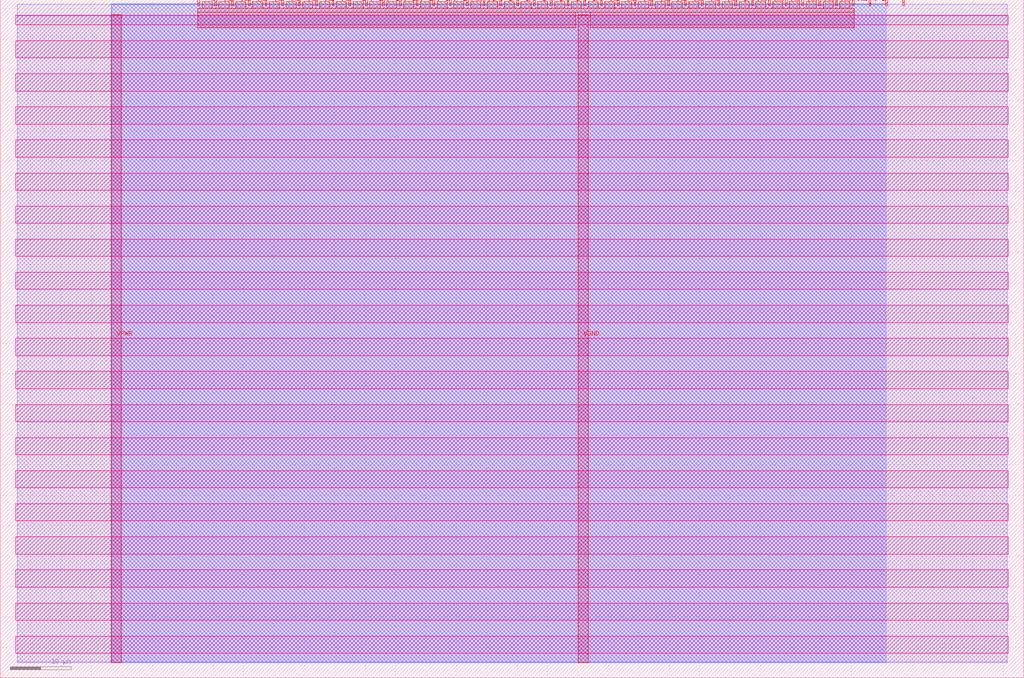
<source format=lef>
VERSION 5.7 ;
  NOWIREEXTENSIONATPIN ON ;
  DIVIDERCHAR "/" ;
  BUSBITCHARS "[]" ;
MACRO tt_um_chip_rom
  CLASS BLOCK ;
  FOREIGN tt_um_chip_rom ;
  ORIGIN 0.000 0.000 ;
  SIZE 168.360 BY 111.520 ;
  PIN VGND
    DIRECTION INOUT ;
    USE GROUND ;
    PORT
      LAYER met4 ;
        RECT 95.080 2.480 96.680 109.040 ;
    END
  END VGND
  PIN VPWR
    DIRECTION INOUT ;
    USE POWER ;
    PORT
      LAYER met4 ;
        RECT 18.280 2.480 19.880 109.040 ;
    END
  END VPWR
  PIN clk
    DIRECTION INPUT ;
    USE SIGNAL ;
    PORT
      LAYER met4 ;
        RECT 145.670 110.520 145.970 111.520 ;
    END
  END clk
  PIN ena
    DIRECTION INPUT ;
    USE SIGNAL ;
    PORT
      LAYER met4 ;
        RECT 148.430 110.520 148.730 111.520 ;
    END
  END ena
  PIN rst_n
    DIRECTION INPUT ;
    USE SIGNAL ;
    PORT
      LAYER met4 ;
        RECT 142.910 110.520 143.210 111.520 ;
    END
  END rst_n
  PIN ui_in[0]
    DIRECTION INPUT ;
    USE SIGNAL ;
    ANTENNAGATEAREA 0.196500 ;
    PORT
      LAYER met4 ;
        RECT 140.150 110.520 140.450 111.520 ;
    END
  END ui_in[0]
  PIN ui_in[1]
    DIRECTION INPUT ;
    USE SIGNAL ;
    ANTENNAGATEAREA 0.196500 ;
    PORT
      LAYER met4 ;
        RECT 137.390 110.520 137.690 111.520 ;
    END
  END ui_in[1]
  PIN ui_in[2]
    DIRECTION INPUT ;
    USE SIGNAL ;
    ANTENNAGATEAREA 0.196500 ;
    PORT
      LAYER met4 ;
        RECT 134.630 110.520 134.930 111.520 ;
    END
  END ui_in[2]
  PIN ui_in[3]
    DIRECTION INPUT ;
    USE SIGNAL ;
    ANTENNAGATEAREA 0.196500 ;
    PORT
      LAYER met4 ;
        RECT 131.870 110.520 132.170 111.520 ;
    END
  END ui_in[3]
  PIN ui_in[4]
    DIRECTION INPUT ;
    USE SIGNAL ;
    ANTENNAGATEAREA 0.196500 ;
    PORT
      LAYER met4 ;
        RECT 129.110 110.520 129.410 111.520 ;
    END
  END ui_in[4]
  PIN ui_in[5]
    DIRECTION INPUT ;
    USE SIGNAL ;
    ANTENNAGATEAREA 0.196500 ;
    PORT
      LAYER met4 ;
        RECT 126.350 110.520 126.650 111.520 ;
    END
  END ui_in[5]
  PIN ui_in[6]
    DIRECTION INPUT ;
    USE SIGNAL ;
    ANTENNAGATEAREA 0.196500 ;
    PORT
      LAYER met4 ;
        RECT 123.590 110.520 123.890 111.520 ;
    END
  END ui_in[6]
  PIN ui_in[7]
    DIRECTION INPUT ;
    USE SIGNAL ;
    ANTENNAGATEAREA 0.213000 ;
    PORT
      LAYER met4 ;
        RECT 120.830 110.520 121.130 111.520 ;
    END
  END ui_in[7]
  PIN uio_in[0]
    DIRECTION INPUT ;
    USE SIGNAL ;
    PORT
      LAYER met4 ;
        RECT 118.070 110.520 118.370 111.520 ;
    END
  END uio_in[0]
  PIN uio_in[1]
    DIRECTION INPUT ;
    USE SIGNAL ;
    PORT
      LAYER met4 ;
        RECT 115.310 110.520 115.610 111.520 ;
    END
  END uio_in[1]
  PIN uio_in[2]
    DIRECTION INPUT ;
    USE SIGNAL ;
    PORT
      LAYER met4 ;
        RECT 112.550 110.520 112.850 111.520 ;
    END
  END uio_in[2]
  PIN uio_in[3]
    DIRECTION INPUT ;
    USE SIGNAL ;
    PORT
      LAYER met4 ;
        RECT 109.790 110.520 110.090 111.520 ;
    END
  END uio_in[3]
  PIN uio_in[4]
    DIRECTION INPUT ;
    USE SIGNAL ;
    PORT
      LAYER met4 ;
        RECT 107.030 110.520 107.330 111.520 ;
    END
  END uio_in[4]
  PIN uio_in[5]
    DIRECTION INPUT ;
    USE SIGNAL ;
    PORT
      LAYER met4 ;
        RECT 104.270 110.520 104.570 111.520 ;
    END
  END uio_in[5]
  PIN uio_in[6]
    DIRECTION INPUT ;
    USE SIGNAL ;
    PORT
      LAYER met4 ;
        RECT 101.510 110.520 101.810 111.520 ;
    END
  END uio_in[6]
  PIN uio_in[7]
    DIRECTION INPUT ;
    USE SIGNAL ;
    PORT
      LAYER met4 ;
        RECT 98.750 110.520 99.050 111.520 ;
    END
  END uio_in[7]
  PIN uio_oe[0]
    DIRECTION OUTPUT TRISTATE ;
    USE SIGNAL ;
    ANTENNADIFFAREA 0.445500 ;
    PORT
      LAYER met4 ;
        RECT 51.830 110.520 52.130 111.520 ;
    END
  END uio_oe[0]
  PIN uio_oe[1]
    DIRECTION OUTPUT TRISTATE ;
    USE SIGNAL ;
    ANTENNADIFFAREA 0.445500 ;
    PORT
      LAYER met4 ;
        RECT 49.070 110.520 49.370 111.520 ;
    END
  END uio_oe[1]
  PIN uio_oe[2]
    DIRECTION OUTPUT TRISTATE ;
    USE SIGNAL ;
    ANTENNADIFFAREA 0.445500 ;
    PORT
      LAYER met4 ;
        RECT 46.310 110.520 46.610 111.520 ;
    END
  END uio_oe[2]
  PIN uio_oe[3]
    DIRECTION OUTPUT TRISTATE ;
    USE SIGNAL ;
    ANTENNADIFFAREA 0.445500 ;
    PORT
      LAYER met4 ;
        RECT 43.550 110.520 43.850 111.520 ;
    END
  END uio_oe[3]
  PIN uio_oe[4]
    DIRECTION OUTPUT TRISTATE ;
    USE SIGNAL ;
    ANTENNADIFFAREA 0.445500 ;
    PORT
      LAYER met4 ;
        RECT 40.790 110.520 41.090 111.520 ;
    END
  END uio_oe[4]
  PIN uio_oe[5]
    DIRECTION OUTPUT TRISTATE ;
    USE SIGNAL ;
    ANTENNADIFFAREA 0.445500 ;
    PORT
      LAYER met4 ;
        RECT 38.030 110.520 38.330 111.520 ;
    END
  END uio_oe[5]
  PIN uio_oe[6]
    DIRECTION OUTPUT TRISTATE ;
    USE SIGNAL ;
    ANTENNADIFFAREA 0.445500 ;
    PORT
      LAYER met4 ;
        RECT 35.270 110.520 35.570 111.520 ;
    END
  END uio_oe[6]
  PIN uio_oe[7]
    DIRECTION OUTPUT TRISTATE ;
    USE SIGNAL ;
    ANTENNADIFFAREA 0.445500 ;
    PORT
      LAYER met4 ;
        RECT 32.510 110.520 32.810 111.520 ;
    END
  END uio_oe[7]
  PIN uio_out[0]
    DIRECTION OUTPUT TRISTATE ;
    USE SIGNAL ;
    ANTENNADIFFAREA 0.445500 ;
    PORT
      LAYER met4 ;
        RECT 73.910 110.520 74.210 111.520 ;
    END
  END uio_out[0]
  PIN uio_out[1]
    DIRECTION OUTPUT TRISTATE ;
    USE SIGNAL ;
    ANTENNADIFFAREA 0.445500 ;
    PORT
      LAYER met4 ;
        RECT 71.150 110.520 71.450 111.520 ;
    END
  END uio_out[1]
  PIN uio_out[2]
    DIRECTION OUTPUT TRISTATE ;
    USE SIGNAL ;
    ANTENNADIFFAREA 0.445500 ;
    PORT
      LAYER met4 ;
        RECT 68.390 110.520 68.690 111.520 ;
    END
  END uio_out[2]
  PIN uio_out[3]
    DIRECTION OUTPUT TRISTATE ;
    USE SIGNAL ;
    ANTENNADIFFAREA 0.445500 ;
    PORT
      LAYER met4 ;
        RECT 65.630 110.520 65.930 111.520 ;
    END
  END uio_out[3]
  PIN uio_out[4]
    DIRECTION OUTPUT TRISTATE ;
    USE SIGNAL ;
    ANTENNADIFFAREA 0.445500 ;
    PORT
      LAYER met4 ;
        RECT 62.870 110.520 63.170 111.520 ;
    END
  END uio_out[4]
  PIN uio_out[5]
    DIRECTION OUTPUT TRISTATE ;
    USE SIGNAL ;
    ANTENNADIFFAREA 0.445500 ;
    PORT
      LAYER met4 ;
        RECT 60.110 110.520 60.410 111.520 ;
    END
  END uio_out[5]
  PIN uio_out[6]
    DIRECTION OUTPUT TRISTATE ;
    USE SIGNAL ;
    ANTENNADIFFAREA 0.445500 ;
    PORT
      LAYER met4 ;
        RECT 57.350 110.520 57.650 111.520 ;
    END
  END uio_out[6]
  PIN uio_out[7]
    DIRECTION OUTPUT TRISTATE ;
    USE SIGNAL ;
    ANTENNADIFFAREA 0.445500 ;
    PORT
      LAYER met4 ;
        RECT 54.590 110.520 54.890 111.520 ;
    END
  END uio_out[7]
  PIN uo_out[0]
    DIRECTION OUTPUT TRISTATE ;
    USE SIGNAL ;
    ANTENNADIFFAREA 0.795200 ;
    PORT
      LAYER met4 ;
        RECT 95.990 110.520 96.290 111.520 ;
    END
  END uo_out[0]
  PIN uo_out[1]
    DIRECTION OUTPUT TRISTATE ;
    USE SIGNAL ;
    ANTENNADIFFAREA 0.795200 ;
    PORT
      LAYER met4 ;
        RECT 93.230 110.520 93.530 111.520 ;
    END
  END uo_out[1]
  PIN uo_out[2]
    DIRECTION OUTPUT TRISTATE ;
    USE SIGNAL ;
    ANTENNADIFFAREA 0.445500 ;
    PORT
      LAYER met4 ;
        RECT 90.470 110.520 90.770 111.520 ;
    END
  END uo_out[2]
  PIN uo_out[3]
    DIRECTION OUTPUT TRISTATE ;
    USE SIGNAL ;
    ANTENNADIFFAREA 0.445500 ;
    PORT
      LAYER met4 ;
        RECT 87.710 110.520 88.010 111.520 ;
    END
  END uo_out[3]
  PIN uo_out[4]
    DIRECTION OUTPUT TRISTATE ;
    USE SIGNAL ;
    ANTENNADIFFAREA 0.445500 ;
    PORT
      LAYER met4 ;
        RECT 84.950 110.520 85.250 111.520 ;
    END
  END uo_out[4]
  PIN uo_out[5]
    DIRECTION OUTPUT TRISTATE ;
    USE SIGNAL ;
    ANTENNADIFFAREA 0.795200 ;
    PORT
      LAYER met4 ;
        RECT 82.190 110.520 82.490 111.520 ;
    END
  END uo_out[5]
  PIN uo_out[6]
    DIRECTION OUTPUT TRISTATE ;
    USE SIGNAL ;
    ANTENNADIFFAREA 0.445500 ;
    PORT
      LAYER met4 ;
        RECT 79.430 110.520 79.730 111.520 ;
    END
  END uo_out[6]
  PIN uo_out[7]
    DIRECTION OUTPUT TRISTATE ;
    USE SIGNAL ;
    ANTENNADIFFAREA 0.445500 ;
    PORT
      LAYER met4 ;
        RECT 76.670 110.520 76.970 111.520 ;
    END
  END uo_out[7]
  OBS
      LAYER nwell ;
        RECT 2.570 107.385 165.790 108.990 ;
        RECT 2.570 101.945 165.790 104.775 ;
        RECT 2.570 96.505 165.790 99.335 ;
        RECT 2.570 91.065 165.790 93.895 ;
        RECT 2.570 85.625 165.790 88.455 ;
        RECT 2.570 80.185 165.790 83.015 ;
        RECT 2.570 74.745 165.790 77.575 ;
        RECT 2.570 69.305 165.790 72.135 ;
        RECT 2.570 63.865 165.790 66.695 ;
        RECT 2.570 58.425 165.790 61.255 ;
        RECT 2.570 52.985 165.790 55.815 ;
        RECT 2.570 47.545 165.790 50.375 ;
        RECT 2.570 42.105 165.790 44.935 ;
        RECT 2.570 36.665 165.790 39.495 ;
        RECT 2.570 31.225 165.790 34.055 ;
        RECT 2.570 25.785 165.790 28.615 ;
        RECT 2.570 20.345 165.790 23.175 ;
        RECT 2.570 14.905 165.790 17.735 ;
        RECT 2.570 9.465 165.790 12.295 ;
        RECT 2.570 4.025 165.790 6.855 ;
      LAYER li1 ;
        RECT 2.760 2.635 165.600 108.885 ;
      LAYER met1 ;
        RECT 2.760 2.480 165.600 110.800 ;
      LAYER met2 ;
        RECT 18.310 2.535 145.730 110.830 ;
      LAYER met3 ;
        RECT 18.290 2.555 145.755 110.665 ;
      LAYER met4 ;
        RECT 33.210 110.120 34.870 111.170 ;
        RECT 35.970 110.120 37.630 111.170 ;
        RECT 38.730 110.120 40.390 111.170 ;
        RECT 41.490 110.120 43.150 111.170 ;
        RECT 44.250 110.120 45.910 111.170 ;
        RECT 47.010 110.120 48.670 111.170 ;
        RECT 49.770 110.120 51.430 111.170 ;
        RECT 52.530 110.120 54.190 111.170 ;
        RECT 55.290 110.120 56.950 111.170 ;
        RECT 58.050 110.120 59.710 111.170 ;
        RECT 60.810 110.120 62.470 111.170 ;
        RECT 63.570 110.120 65.230 111.170 ;
        RECT 66.330 110.120 67.990 111.170 ;
        RECT 69.090 110.120 70.750 111.170 ;
        RECT 71.850 110.120 73.510 111.170 ;
        RECT 74.610 110.120 76.270 111.170 ;
        RECT 77.370 110.120 79.030 111.170 ;
        RECT 80.130 110.120 81.790 111.170 ;
        RECT 82.890 110.120 84.550 111.170 ;
        RECT 85.650 110.120 87.310 111.170 ;
        RECT 88.410 110.120 90.070 111.170 ;
        RECT 91.170 110.120 92.830 111.170 ;
        RECT 93.930 110.120 95.590 111.170 ;
        RECT 96.690 110.120 98.350 111.170 ;
        RECT 99.450 110.120 101.110 111.170 ;
        RECT 102.210 110.120 103.870 111.170 ;
        RECT 104.970 110.120 106.630 111.170 ;
        RECT 107.730 110.120 109.390 111.170 ;
        RECT 110.490 110.120 112.150 111.170 ;
        RECT 113.250 110.120 114.910 111.170 ;
        RECT 116.010 110.120 117.670 111.170 ;
        RECT 118.770 110.120 120.430 111.170 ;
        RECT 121.530 110.120 123.190 111.170 ;
        RECT 124.290 110.120 125.950 111.170 ;
        RECT 127.050 110.120 128.710 111.170 ;
        RECT 129.810 110.120 131.470 111.170 ;
        RECT 132.570 110.120 134.230 111.170 ;
        RECT 135.330 110.120 136.990 111.170 ;
        RECT 138.090 110.120 139.750 111.170 ;
        RECT 32.495 109.440 140.465 110.120 ;
        RECT 32.495 106.935 94.680 109.440 ;
        RECT 97.080 106.935 140.465 109.440 ;
  END
END tt_um_chip_rom
END LIBRARY


</source>
